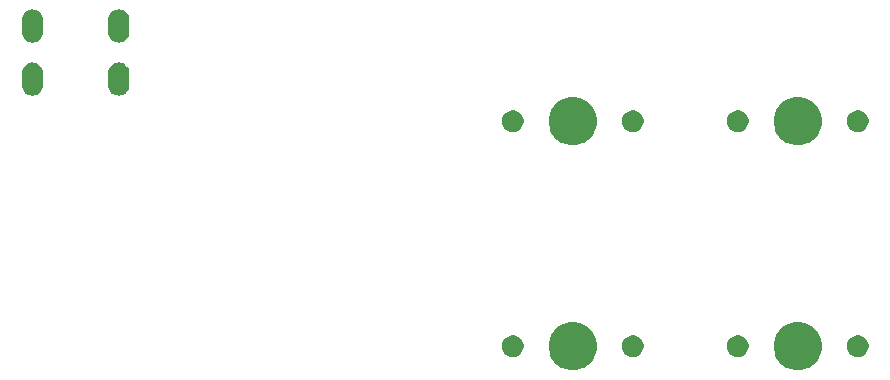
<source format=gbr>
G04 #@! TF.GenerationSoftware,KiCad,Pcbnew,(5.1.4)-1*
G04 #@! TF.CreationDate,2023-01-01T19:50:54-03:00*
G04 #@! TF.ProjectId,osukeypad-pcb,6f73756b-6579-4706-9164-2d7063622e6b,rev?*
G04 #@! TF.SameCoordinates,Original*
G04 #@! TF.FileFunction,Soldermask,Top*
G04 #@! TF.FilePolarity,Negative*
%FSLAX46Y46*%
G04 Gerber Fmt 4.6, Leading zero omitted, Abs format (unit mm)*
G04 Created by KiCad (PCBNEW (5.1.4)-1) date 2023-01-01 19:50:54*
%MOMM*%
%LPD*%
G04 APERTURE LIST*
%ADD10C,0.100000*%
G04 APERTURE END LIST*
D10*
G36*
X94258974Y-78996184D02*
G01*
X94476974Y-79086483D01*
X94631123Y-79150333D01*
X94966048Y-79374123D01*
X95250877Y-79658952D01*
X95474667Y-79993877D01*
X95507062Y-80072086D01*
X95628816Y-80366026D01*
X95707400Y-80761094D01*
X95707400Y-81163906D01*
X95628816Y-81558974D01*
X95577951Y-81681772D01*
X95474667Y-81931123D01*
X95250877Y-82266048D01*
X94966048Y-82550877D01*
X94631123Y-82774667D01*
X94476974Y-82838517D01*
X94258974Y-82928816D01*
X93863906Y-83007400D01*
X93461094Y-83007400D01*
X93066026Y-82928816D01*
X92848026Y-82838517D01*
X92693877Y-82774667D01*
X92358952Y-82550877D01*
X92074123Y-82266048D01*
X91850333Y-81931123D01*
X91747049Y-81681772D01*
X91696184Y-81558974D01*
X91617600Y-81163906D01*
X91617600Y-80761094D01*
X91696184Y-80366026D01*
X91817938Y-80072086D01*
X91850333Y-79993877D01*
X92074123Y-79658952D01*
X92358952Y-79374123D01*
X92693877Y-79150333D01*
X92848026Y-79086483D01*
X93066026Y-78996184D01*
X93461094Y-78917600D01*
X93863906Y-78917600D01*
X94258974Y-78996184D01*
X94258974Y-78996184D01*
G37*
G36*
X113308974Y-78996184D02*
G01*
X113526974Y-79086483D01*
X113681123Y-79150333D01*
X114016048Y-79374123D01*
X114300877Y-79658952D01*
X114524667Y-79993877D01*
X114557062Y-80072086D01*
X114678816Y-80366026D01*
X114757400Y-80761094D01*
X114757400Y-81163906D01*
X114678816Y-81558974D01*
X114627951Y-81681772D01*
X114524667Y-81931123D01*
X114300877Y-82266048D01*
X114016048Y-82550877D01*
X113681123Y-82774667D01*
X113526974Y-82838517D01*
X113308974Y-82928816D01*
X112913906Y-83007400D01*
X112511094Y-83007400D01*
X112116026Y-82928816D01*
X111898026Y-82838517D01*
X111743877Y-82774667D01*
X111408952Y-82550877D01*
X111124123Y-82266048D01*
X110900333Y-81931123D01*
X110797049Y-81681772D01*
X110746184Y-81558974D01*
X110667600Y-81163906D01*
X110667600Y-80761094D01*
X110746184Y-80366026D01*
X110867938Y-80072086D01*
X110900333Y-79993877D01*
X111124123Y-79658952D01*
X111408952Y-79374123D01*
X111743877Y-79150333D01*
X111898026Y-79086483D01*
X112116026Y-78996184D01*
X112511094Y-78917600D01*
X112913906Y-78917600D01*
X113308974Y-78996184D01*
X113308974Y-78996184D01*
G37*
G36*
X118062604Y-80072085D02*
G01*
X118231126Y-80141889D01*
X118382791Y-80243228D01*
X118511772Y-80372209D01*
X118613111Y-80523874D01*
X118682915Y-80692396D01*
X118718500Y-80871297D01*
X118718500Y-81053703D01*
X118682915Y-81232604D01*
X118613111Y-81401126D01*
X118511772Y-81552791D01*
X118382791Y-81681772D01*
X118231126Y-81783111D01*
X118062604Y-81852915D01*
X117883703Y-81888500D01*
X117701297Y-81888500D01*
X117522396Y-81852915D01*
X117353874Y-81783111D01*
X117202209Y-81681772D01*
X117073228Y-81552791D01*
X116971889Y-81401126D01*
X116902085Y-81232604D01*
X116866500Y-81053703D01*
X116866500Y-80871297D01*
X116902085Y-80692396D01*
X116971889Y-80523874D01*
X117073228Y-80372209D01*
X117202209Y-80243228D01*
X117353874Y-80141889D01*
X117522396Y-80072085D01*
X117701297Y-80036500D01*
X117883703Y-80036500D01*
X118062604Y-80072085D01*
X118062604Y-80072085D01*
G37*
G36*
X107902604Y-80072085D02*
G01*
X108071126Y-80141889D01*
X108222791Y-80243228D01*
X108351772Y-80372209D01*
X108453111Y-80523874D01*
X108522915Y-80692396D01*
X108558500Y-80871297D01*
X108558500Y-81053703D01*
X108522915Y-81232604D01*
X108453111Y-81401126D01*
X108351772Y-81552791D01*
X108222791Y-81681772D01*
X108071126Y-81783111D01*
X107902604Y-81852915D01*
X107723703Y-81888500D01*
X107541297Y-81888500D01*
X107362396Y-81852915D01*
X107193874Y-81783111D01*
X107042209Y-81681772D01*
X106913228Y-81552791D01*
X106811889Y-81401126D01*
X106742085Y-81232604D01*
X106706500Y-81053703D01*
X106706500Y-80871297D01*
X106742085Y-80692396D01*
X106811889Y-80523874D01*
X106913228Y-80372209D01*
X107042209Y-80243228D01*
X107193874Y-80141889D01*
X107362396Y-80072085D01*
X107541297Y-80036500D01*
X107723703Y-80036500D01*
X107902604Y-80072085D01*
X107902604Y-80072085D01*
G37*
G36*
X99012604Y-80072085D02*
G01*
X99181126Y-80141889D01*
X99332791Y-80243228D01*
X99461772Y-80372209D01*
X99563111Y-80523874D01*
X99632915Y-80692396D01*
X99668500Y-80871297D01*
X99668500Y-81053703D01*
X99632915Y-81232604D01*
X99563111Y-81401126D01*
X99461772Y-81552791D01*
X99332791Y-81681772D01*
X99181126Y-81783111D01*
X99012604Y-81852915D01*
X98833703Y-81888500D01*
X98651297Y-81888500D01*
X98472396Y-81852915D01*
X98303874Y-81783111D01*
X98152209Y-81681772D01*
X98023228Y-81552791D01*
X97921889Y-81401126D01*
X97852085Y-81232604D01*
X97816500Y-81053703D01*
X97816500Y-80871297D01*
X97852085Y-80692396D01*
X97921889Y-80523874D01*
X98023228Y-80372209D01*
X98152209Y-80243228D01*
X98303874Y-80141889D01*
X98472396Y-80072085D01*
X98651297Y-80036500D01*
X98833703Y-80036500D01*
X99012604Y-80072085D01*
X99012604Y-80072085D01*
G37*
G36*
X88852604Y-80072085D02*
G01*
X89021126Y-80141889D01*
X89172791Y-80243228D01*
X89301772Y-80372209D01*
X89403111Y-80523874D01*
X89472915Y-80692396D01*
X89508500Y-80871297D01*
X89508500Y-81053703D01*
X89472915Y-81232604D01*
X89403111Y-81401126D01*
X89301772Y-81552791D01*
X89172791Y-81681772D01*
X89021126Y-81783111D01*
X88852604Y-81852915D01*
X88673703Y-81888500D01*
X88491297Y-81888500D01*
X88312396Y-81852915D01*
X88143874Y-81783111D01*
X87992209Y-81681772D01*
X87863228Y-81552791D01*
X87761889Y-81401126D01*
X87692085Y-81232604D01*
X87656500Y-81053703D01*
X87656500Y-80871297D01*
X87692085Y-80692396D01*
X87761889Y-80523874D01*
X87863228Y-80372209D01*
X87992209Y-80243228D01*
X88143874Y-80141889D01*
X88312396Y-80072085D01*
X88491297Y-80036500D01*
X88673703Y-80036500D01*
X88852604Y-80072085D01*
X88852604Y-80072085D01*
G37*
G36*
X94258974Y-59946184D02*
G01*
X94476974Y-60036483D01*
X94631123Y-60100333D01*
X94966048Y-60324123D01*
X95250877Y-60608952D01*
X95474667Y-60943877D01*
X95507062Y-61022086D01*
X95628816Y-61316026D01*
X95707400Y-61711094D01*
X95707400Y-62113906D01*
X95628816Y-62508974D01*
X95577951Y-62631772D01*
X95474667Y-62881123D01*
X95250877Y-63216048D01*
X94966048Y-63500877D01*
X94631123Y-63724667D01*
X94476974Y-63788517D01*
X94258974Y-63878816D01*
X93863906Y-63957400D01*
X93461094Y-63957400D01*
X93066026Y-63878816D01*
X92848026Y-63788517D01*
X92693877Y-63724667D01*
X92358952Y-63500877D01*
X92074123Y-63216048D01*
X91850333Y-62881123D01*
X91747049Y-62631772D01*
X91696184Y-62508974D01*
X91617600Y-62113906D01*
X91617600Y-61711094D01*
X91696184Y-61316026D01*
X91817938Y-61022086D01*
X91850333Y-60943877D01*
X92074123Y-60608952D01*
X92358952Y-60324123D01*
X92693877Y-60100333D01*
X92848026Y-60036483D01*
X93066026Y-59946184D01*
X93461094Y-59867600D01*
X93863906Y-59867600D01*
X94258974Y-59946184D01*
X94258974Y-59946184D01*
G37*
G36*
X113308974Y-59946184D02*
G01*
X113526974Y-60036483D01*
X113681123Y-60100333D01*
X114016048Y-60324123D01*
X114300877Y-60608952D01*
X114524667Y-60943877D01*
X114557062Y-61022086D01*
X114678816Y-61316026D01*
X114757400Y-61711094D01*
X114757400Y-62113906D01*
X114678816Y-62508974D01*
X114627951Y-62631772D01*
X114524667Y-62881123D01*
X114300877Y-63216048D01*
X114016048Y-63500877D01*
X113681123Y-63724667D01*
X113526974Y-63788517D01*
X113308974Y-63878816D01*
X112913906Y-63957400D01*
X112511094Y-63957400D01*
X112116026Y-63878816D01*
X111898026Y-63788517D01*
X111743877Y-63724667D01*
X111408952Y-63500877D01*
X111124123Y-63216048D01*
X110900333Y-62881123D01*
X110797049Y-62631772D01*
X110746184Y-62508974D01*
X110667600Y-62113906D01*
X110667600Y-61711094D01*
X110746184Y-61316026D01*
X110867938Y-61022086D01*
X110900333Y-60943877D01*
X111124123Y-60608952D01*
X111408952Y-60324123D01*
X111743877Y-60100333D01*
X111898026Y-60036483D01*
X112116026Y-59946184D01*
X112511094Y-59867600D01*
X112913906Y-59867600D01*
X113308974Y-59946184D01*
X113308974Y-59946184D01*
G37*
G36*
X118062604Y-61022085D02*
G01*
X118231126Y-61091889D01*
X118382791Y-61193228D01*
X118511772Y-61322209D01*
X118613111Y-61473874D01*
X118682915Y-61642396D01*
X118718500Y-61821297D01*
X118718500Y-62003703D01*
X118682915Y-62182604D01*
X118613111Y-62351126D01*
X118511772Y-62502791D01*
X118382791Y-62631772D01*
X118231126Y-62733111D01*
X118062604Y-62802915D01*
X117883703Y-62838500D01*
X117701297Y-62838500D01*
X117522396Y-62802915D01*
X117353874Y-62733111D01*
X117202209Y-62631772D01*
X117073228Y-62502791D01*
X116971889Y-62351126D01*
X116902085Y-62182604D01*
X116866500Y-62003703D01*
X116866500Y-61821297D01*
X116902085Y-61642396D01*
X116971889Y-61473874D01*
X117073228Y-61322209D01*
X117202209Y-61193228D01*
X117353874Y-61091889D01*
X117522396Y-61022085D01*
X117701297Y-60986500D01*
X117883703Y-60986500D01*
X118062604Y-61022085D01*
X118062604Y-61022085D01*
G37*
G36*
X107902604Y-61022085D02*
G01*
X108071126Y-61091889D01*
X108222791Y-61193228D01*
X108351772Y-61322209D01*
X108453111Y-61473874D01*
X108522915Y-61642396D01*
X108558500Y-61821297D01*
X108558500Y-62003703D01*
X108522915Y-62182604D01*
X108453111Y-62351126D01*
X108351772Y-62502791D01*
X108222791Y-62631772D01*
X108071126Y-62733111D01*
X107902604Y-62802915D01*
X107723703Y-62838500D01*
X107541297Y-62838500D01*
X107362396Y-62802915D01*
X107193874Y-62733111D01*
X107042209Y-62631772D01*
X106913228Y-62502791D01*
X106811889Y-62351126D01*
X106742085Y-62182604D01*
X106706500Y-62003703D01*
X106706500Y-61821297D01*
X106742085Y-61642396D01*
X106811889Y-61473874D01*
X106913228Y-61322209D01*
X107042209Y-61193228D01*
X107193874Y-61091889D01*
X107362396Y-61022085D01*
X107541297Y-60986500D01*
X107723703Y-60986500D01*
X107902604Y-61022085D01*
X107902604Y-61022085D01*
G37*
G36*
X88852604Y-61022085D02*
G01*
X89021126Y-61091889D01*
X89172791Y-61193228D01*
X89301772Y-61322209D01*
X89403111Y-61473874D01*
X89472915Y-61642396D01*
X89508500Y-61821297D01*
X89508500Y-62003703D01*
X89472915Y-62182604D01*
X89403111Y-62351126D01*
X89301772Y-62502791D01*
X89172791Y-62631772D01*
X89021126Y-62733111D01*
X88852604Y-62802915D01*
X88673703Y-62838500D01*
X88491297Y-62838500D01*
X88312396Y-62802915D01*
X88143874Y-62733111D01*
X87992209Y-62631772D01*
X87863228Y-62502791D01*
X87761889Y-62351126D01*
X87692085Y-62182604D01*
X87656500Y-62003703D01*
X87656500Y-61821297D01*
X87692085Y-61642396D01*
X87761889Y-61473874D01*
X87863228Y-61322209D01*
X87992209Y-61193228D01*
X88143874Y-61091889D01*
X88312396Y-61022085D01*
X88491297Y-60986500D01*
X88673703Y-60986500D01*
X88852604Y-61022085D01*
X88852604Y-61022085D01*
G37*
G36*
X99012604Y-61022085D02*
G01*
X99181126Y-61091889D01*
X99332791Y-61193228D01*
X99461772Y-61322209D01*
X99563111Y-61473874D01*
X99632915Y-61642396D01*
X99668500Y-61821297D01*
X99668500Y-62003703D01*
X99632915Y-62182604D01*
X99563111Y-62351126D01*
X99461772Y-62502791D01*
X99332791Y-62631772D01*
X99181126Y-62733111D01*
X99012604Y-62802915D01*
X98833703Y-62838500D01*
X98651297Y-62838500D01*
X98472396Y-62802915D01*
X98303874Y-62733111D01*
X98152209Y-62631772D01*
X98023228Y-62502791D01*
X97921889Y-62351126D01*
X97852085Y-62182604D01*
X97816500Y-62003703D01*
X97816500Y-61821297D01*
X97852085Y-61642396D01*
X97921889Y-61473874D01*
X98023228Y-61322209D01*
X98152209Y-61193228D01*
X98303874Y-61091889D01*
X98472396Y-61022085D01*
X98651297Y-60986500D01*
X98833703Y-60986500D01*
X99012604Y-61022085D01*
X99012604Y-61022085D01*
G37*
G36*
X48088627Y-56960037D02*
G01*
X48258466Y-57011557D01*
X48414991Y-57095222D01*
X48450729Y-57124552D01*
X48552186Y-57207814D01*
X48635448Y-57309271D01*
X48664778Y-57345009D01*
X48748443Y-57501534D01*
X48799963Y-57671373D01*
X48813000Y-57803742D01*
X48813000Y-58892258D01*
X48799963Y-59024627D01*
X48748443Y-59194466D01*
X48664778Y-59350991D01*
X48635448Y-59386729D01*
X48552186Y-59488186D01*
X48414989Y-59600779D01*
X48258467Y-59684442D01*
X48258465Y-59684443D01*
X48088626Y-59735963D01*
X47912000Y-59753359D01*
X47735373Y-59735963D01*
X47565534Y-59684443D01*
X47409009Y-59600778D01*
X47373271Y-59571448D01*
X47271814Y-59488186D01*
X47159221Y-59350989D01*
X47075558Y-59194467D01*
X47075557Y-59194465D01*
X47024037Y-59024626D01*
X47011000Y-58892257D01*
X47011001Y-57803742D01*
X47024038Y-57671373D01*
X47075558Y-57501534D01*
X47159223Y-57345009D01*
X47188553Y-57309271D01*
X47271815Y-57207814D01*
X47373272Y-57124552D01*
X47409010Y-57095222D01*
X47565535Y-57011557D01*
X47735374Y-56960037D01*
X47912000Y-56942641D01*
X48088627Y-56960037D01*
X48088627Y-56960037D01*
G37*
G36*
X55388627Y-56960037D02*
G01*
X55558466Y-57011557D01*
X55714991Y-57095222D01*
X55750729Y-57124552D01*
X55852186Y-57207814D01*
X55935448Y-57309271D01*
X55964778Y-57345009D01*
X56048443Y-57501534D01*
X56099963Y-57671373D01*
X56113000Y-57803742D01*
X56113000Y-58892258D01*
X56099963Y-59024627D01*
X56048443Y-59194466D01*
X55964778Y-59350991D01*
X55935448Y-59386729D01*
X55852186Y-59488186D01*
X55714989Y-59600779D01*
X55558467Y-59684442D01*
X55558465Y-59684443D01*
X55388626Y-59735963D01*
X55212000Y-59753359D01*
X55035373Y-59735963D01*
X54865534Y-59684443D01*
X54709009Y-59600778D01*
X54673271Y-59571448D01*
X54571814Y-59488186D01*
X54459221Y-59350989D01*
X54375558Y-59194467D01*
X54375557Y-59194465D01*
X54324037Y-59024626D01*
X54311000Y-58892257D01*
X54311001Y-57803742D01*
X54324038Y-57671373D01*
X54375558Y-57501534D01*
X54459223Y-57345009D01*
X54488553Y-57309271D01*
X54571815Y-57207814D01*
X54673272Y-57124552D01*
X54709010Y-57095222D01*
X54865535Y-57011557D01*
X55035374Y-56960037D01*
X55212000Y-56942641D01*
X55388627Y-56960037D01*
X55388627Y-56960037D01*
G37*
G36*
X48088627Y-52460037D02*
G01*
X48258466Y-52511557D01*
X48414991Y-52595222D01*
X48450729Y-52624552D01*
X48552186Y-52707814D01*
X48635448Y-52809271D01*
X48664778Y-52845009D01*
X48748443Y-53001534D01*
X48799963Y-53171373D01*
X48813000Y-53303742D01*
X48813000Y-54392258D01*
X48799963Y-54524627D01*
X48748443Y-54694466D01*
X48664778Y-54850991D01*
X48635448Y-54886729D01*
X48552186Y-54988186D01*
X48414989Y-55100779D01*
X48258467Y-55184442D01*
X48258465Y-55184443D01*
X48088626Y-55235963D01*
X47912000Y-55253359D01*
X47735373Y-55235963D01*
X47565534Y-55184443D01*
X47409009Y-55100778D01*
X47373271Y-55071448D01*
X47271814Y-54988186D01*
X47159221Y-54850989D01*
X47075558Y-54694467D01*
X47075557Y-54694465D01*
X47024037Y-54524626D01*
X47011000Y-54392257D01*
X47011001Y-53303742D01*
X47024038Y-53171373D01*
X47075558Y-53001534D01*
X47159223Y-52845009D01*
X47188553Y-52809271D01*
X47271815Y-52707814D01*
X47373272Y-52624552D01*
X47409010Y-52595222D01*
X47565535Y-52511557D01*
X47735374Y-52460037D01*
X47912000Y-52442641D01*
X48088627Y-52460037D01*
X48088627Y-52460037D01*
G37*
G36*
X55388627Y-52460037D02*
G01*
X55558466Y-52511557D01*
X55714991Y-52595222D01*
X55750729Y-52624552D01*
X55852186Y-52707814D01*
X55935448Y-52809271D01*
X55964778Y-52845009D01*
X56048443Y-53001534D01*
X56099963Y-53171373D01*
X56113000Y-53303742D01*
X56113000Y-54392258D01*
X56099963Y-54524627D01*
X56048443Y-54694466D01*
X55964778Y-54850991D01*
X55935448Y-54886729D01*
X55852186Y-54988186D01*
X55714989Y-55100779D01*
X55558467Y-55184442D01*
X55558465Y-55184443D01*
X55388626Y-55235963D01*
X55212000Y-55253359D01*
X55035373Y-55235963D01*
X54865534Y-55184443D01*
X54709009Y-55100778D01*
X54673271Y-55071448D01*
X54571814Y-54988186D01*
X54459221Y-54850989D01*
X54375558Y-54694467D01*
X54375557Y-54694465D01*
X54324037Y-54524626D01*
X54311000Y-54392257D01*
X54311001Y-53303742D01*
X54324038Y-53171373D01*
X54375558Y-53001534D01*
X54459223Y-52845009D01*
X54488553Y-52809271D01*
X54571815Y-52707814D01*
X54673272Y-52624552D01*
X54709010Y-52595222D01*
X54865535Y-52511557D01*
X55035374Y-52460037D01*
X55212000Y-52442641D01*
X55388627Y-52460037D01*
X55388627Y-52460037D01*
G37*
M02*

</source>
